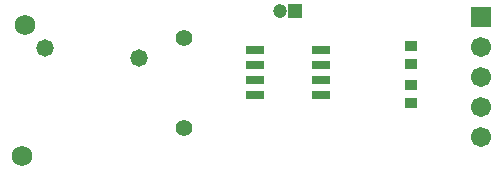
<source format=gts>
G04*
G04 #@! TF.GenerationSoftware,Altium Limited,Altium Designer,20.2.7 (254)*
G04*
G04 Layer_Color=8388736*
%FSLAX23Y23*%
%MOIN*%
G70*
G04*
G04 #@! TF.SameCoordinates,66DE7B0B-367C-45AC-96F2-8558094BDFBB*
G04*
G04*
G04 #@! TF.FilePolarity,Negative*
G04*
G01*
G75*
%ADD16R,0.064X0.029*%
%ADD17R,0.043X0.036*%
%ADD18C,0.068*%
%ADD19R,0.047X0.047*%
%ADD20C,0.047*%
%ADD21C,0.067*%
%ADD22R,0.067X0.067*%
%ADD23C,0.055*%
%ADD24C,0.058*%
D16*
X6080Y1465D02*
D03*
Y1415D02*
D03*
Y1365D02*
D03*
Y1315D02*
D03*
X6300D02*
D03*
Y1365D02*
D03*
Y1415D02*
D03*
Y1465D02*
D03*
D17*
X6600Y1420D02*
D03*
Y1479D02*
D03*
X6600Y1290D02*
D03*
Y1350D02*
D03*
D18*
X5304Y1113D02*
D03*
X5315Y1550D02*
D03*
D19*
X6215Y1595D02*
D03*
D20*
X6165D02*
D03*
D21*
X6835Y1175D02*
D03*
Y1275D02*
D03*
Y1375D02*
D03*
Y1475D02*
D03*
D22*
Y1575D02*
D03*
D23*
X5845Y1505D02*
D03*
Y1205D02*
D03*
D24*
X5695Y1440D02*
D03*
X5380Y1471D02*
D03*
M02*

</source>
